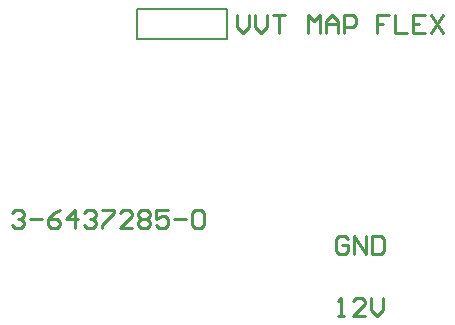
<source format=gto>
%FSTAX23Y23*%
%MOIN*%
%SFA1B1*%

%IPPOS*%
%ADD11C,0.010000*%
%ADD17C,0.007874*%
%LNpcb1-1*%
%LPD*%
G54D11*
X02087Y-008D02*
X02077Y-0079D01*
X02057*
X02047Y-008*
Y-0084*
X02057Y-0085*
X02077*
X02087Y-0084*
Y-0082*
X02067*
X02107Y-0085D02*
Y-0079D01*
X02147Y-0085*
Y-0079*
X02167D02*
Y-0085D01*
X02197*
X02207Y-0084*
Y-008*
X02197Y-0079*
X02167*
X02055Y-01055D02*
X02075D01*
X02065*
Y-00995*
X02055Y-01005*
X02145Y-01055D02*
X02105D01*
X02145Y-01015*
Y-01005*
X02135Y-00995*
X02115*
X02105Y-01005*
X02165Y-00995D02*
Y-01035D01*
X02185Y-01055*
X02205Y-01035*
Y-00995*
X01716Y-00054D02*
Y-00094D01*
X01736Y-00114*
X01756Y-00094*
Y-00054*
X01776D02*
Y-00094D01*
X01796Y-00114*
X01816Y-00094*
Y-00054*
X01836D02*
X01876D01*
X01856*
Y-00114*
X01952D02*
Y-00054D01*
X01972Y-00074*
X01992Y-00054*
Y-00114*
X02012D02*
Y-00074D01*
X02032Y-00054*
X02052Y-00074*
Y-00114*
Y-00084*
X02012*
X02072Y-00114D02*
Y-00054D01*
X02102*
X02112Y-00064*
Y-00084*
X02102Y-00094*
X02072*
X02225Y-00054D02*
X02185D01*
Y-00084*
X02205*
X02185*
Y-00114*
X02245Y-00054D02*
Y-00114D01*
X02285*
X02344Y-00054D02*
X02305D01*
Y-00114*
X02344*
X02305Y-00084D02*
X02324D01*
X02364Y-00054D02*
X02404Y-00114D01*
Y-00054D02*
X02364Y-00114D01*
X00968Y-00713D02*
X00978Y-00703D01*
X00998*
X01008Y-00713*
Y-00723*
X00998Y-00733*
X00988*
X00998*
X01008Y-00743*
Y-00753*
X00998Y-00763*
X00978*
X00968Y-00753*
X01028Y-00733D02*
X01068D01*
X01128Y-00703D02*
X01108Y-00713D01*
X01088Y-00733*
Y-00753*
X01098Y-00763*
X01118*
X01128Y-00753*
Y-00743*
X01118Y-00733*
X01088*
X01178Y-00763D02*
Y-00703D01*
X01148Y-00733*
X01188*
X01208Y-00713D02*
X01218Y-00703D01*
X01238*
X01248Y-00713*
Y-00723*
X01238Y-00733*
X01228*
X01238*
X01248Y-00743*
Y-00753*
X01238Y-00763*
X01218*
X01208Y-00753*
X01268Y-00703D02*
X01308D01*
Y-00713*
X01268Y-00753*
Y-00763*
X01368D02*
X01328D01*
X01368Y-00723*
Y-00713*
X01358Y-00703*
X01338*
X01328Y-00713*
X01388D02*
X01398Y-00703D01*
X01418*
X01428Y-00713*
Y-00723*
X01418Y-00733*
X01428Y-00743*
Y-00753*
X01418Y-00763*
X01398*
X01388Y-00753*
Y-00743*
X01398Y-00733*
X01388Y-00723*
Y-00713*
X01398Y-00733D02*
X01418D01*
X01488Y-00703D02*
X01448D01*
Y-00733*
X01468Y-00723*
X01478*
X01488Y-00733*
Y-00753*
X01478Y-00763*
X01458*
X01448Y-00753*
X01508Y-00733D02*
X01548D01*
X01568Y-00713D02*
X01578Y-00703D01*
X01598*
X01608Y-00713*
Y-00753*
X01598Y-00763*
X01578*
X01568Y-00753*
Y-00713*
G54D17*
X01385Y-00132D02*
Y-00032D01*
X01685*
Y-00132D02*
Y-00032D01*
X01385Y-00132D02*
X01685D01*
M02*
</source>
